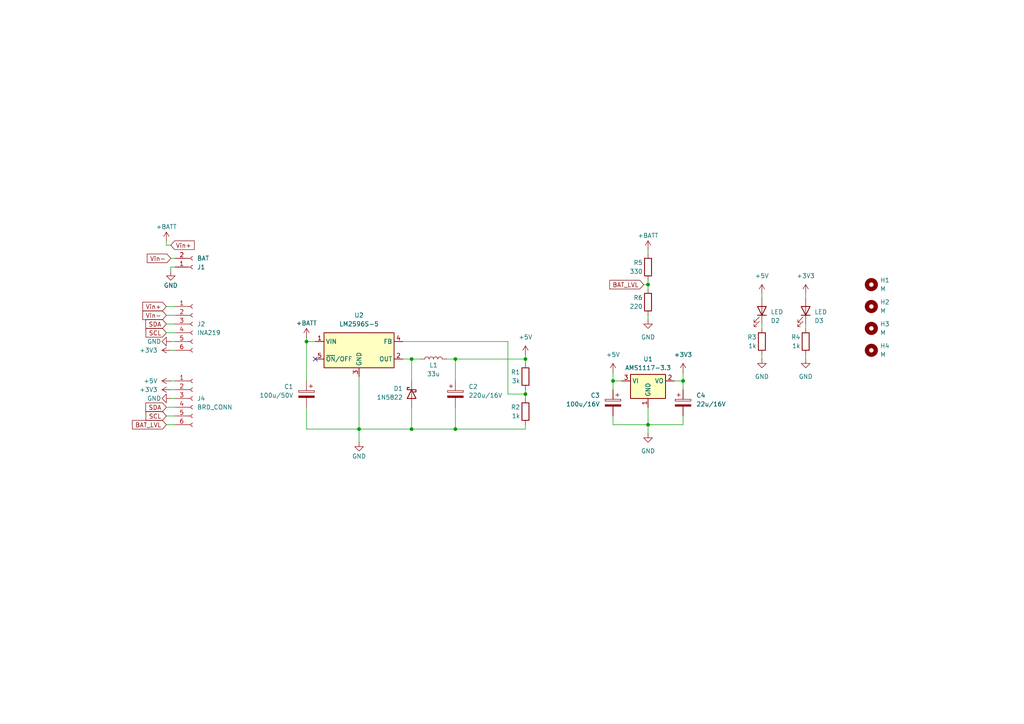
<source format=kicad_sch>
(kicad_sch (version 20231120) (generator "eeschema") (generator_version "8.0")
  (paper "A4")
  (lib_symbols
    (symbol "Connector:Conn_01x02_Socket" (pin_names (offset 1.016) hide)
      (property "Reference" "J" (at 0 2.54 0))
      (property "Value" "Conn_01x02_Socket" (at 0 -5.08 0))
      (symbol "Conn_01x02_Socket_1_1"
        (arc (start 0 -2.032) (mid -0.5058 -2.54) (end 0 -3.048) (stroke (width 0.1524)))
        (polyline (pts (xy -1.27 -2.54) (xy -0.508 -2.54)) (stroke (width 0.1524)))
        (polyline (pts (xy -1.27 0) (xy -0.508 0)) (stroke (width 0.1524)))
        (arc (start 0 0.508) (mid -0.5058 0) (end 0 -0.508) (stroke (width 0.1524)))
        (pin passive line (at -5.08 0 0) (length 3.81) (name "Pin_1") (number "1"))
        (pin passive line (at -5.08 -2.54 0) (length 3.81) (name "Pin_2") (number "2"))
      )
    )
    (symbol "Connector:Conn_01x06_Socket" (pin_names (offset 1.016) hide)
      (property "Reference" "J" (at 0 7.62 0))
      (property "Value" "Conn_01x06_Socket" (at 0 -10.16 0))
      (symbol "Conn_01x06_Socket_1_1"
        (arc (start 0 -7.112) (mid -0.5058 -7.62) (end 0 -8.128) (stroke (width 0.1524)))
        (arc (start 0 -4.572) (mid -0.5058 -5.08) (end 0 -5.588) (stroke (width 0.1524)))
        (arc (start 0 -2.032) (mid -0.5058 -2.54) (end 0 -3.048) (stroke (width 0.1524)))
        (polyline (pts (xy -1.27 -7.62) (xy -0.508 -7.62)) (stroke (width 0.1524)))
        (polyline (pts (xy -1.27 -5.08) (xy -0.508 -5.08)) (stroke (width 0.1524)))
        (polyline (pts (xy -1.27 -2.54) (xy -0.508 -2.54)) (stroke (width 0.1524)))
        (polyline (pts (xy -1.27 0) (xy -0.508 0)) (stroke (width 0.1524)))
        (polyline (pts (xy -1.27 2.54) (xy -0.508 2.54)) (stroke (width 0.1524)))
        (polyline (pts (xy -1.27 5.08) (xy -0.508 5.08)) (stroke (width 0.1524)))
        (arc (start 0 0.508) (mid -0.5058 0) (end 0 -0.508) (stroke (width 0.1524)))
        (arc (start 0 3.048) (mid -0.5058 2.54) (end 0 2.032) (stroke (width 0.1524)))
        (arc (start 0 5.588) (mid -0.5058 5.08) (end 0 4.572) (stroke (width 0.1524)))
        (pin passive line (at -5.08 5.08 0) (length 3.81) (name "Pin_1") (number "1"))
        (pin passive line (at -5.08 2.54 0) (length 3.81) (name "Pin_2") (number "2"))
        (pin passive line (at -5.08 0 0) (length 3.81) (name "Pin_3") (number "3"))
        (pin passive line (at -5.08 -2.54 0) (length 3.81) (name "Pin_4") (number "4"))
        (pin passive line (at -5.08 -5.08 0) (length 3.81) (name "Pin_5") (number "5"))
        (pin passive line (at -5.08 -7.62 0) (length 3.81) (name "Pin_6") (number "6"))
      )
    )
    (symbol "Device:C_Polarized" (pin_numbers hide) (pin_names (offset 0.254))
      (property "Reference" "C" (at 0.635 2.54 0))
      (property "Value" "C_Polarized" (at 0.635 -2.54 0))
      (symbol "C_Polarized_0_1"
        (rectangle (start -2.286 0.508) (end 2.286 1.016))
        (polyline (pts (xy -1.778 2.286) (xy -0.762 2.286)))
        (polyline (pts (xy -1.27 2.794) (xy -1.27 1.778)))
        (rectangle (start 2.286 -0.508) (end -2.286 -1.016) (fill (type outline)))
      )
      (symbol "C_Polarized_1_1"
        (pin passive line (at 0 3.81 270) (length 2.794) (name "~") (number "1"))
        (pin passive line (at 0 -3.81 90) (length 2.794) (name "~") (number "2"))
      )
    )
    (symbol "Device:L" (pin_numbers hide) (pin_names (offset 1.016) hide)
      (property "Reference" "L" (at -1.27 0 90))
      (property "Value" "L" (at 1.905 0 90))
      (symbol "L_0_1"
        (arc (start 0 -2.54) (mid 0.6323 -1.905) (end 0 -1.27))
        (arc (start 0 -1.27) (mid 0.6323 -0.635) (end 0 0))
        (arc (start 0 0) (mid 0.6323 0.635) (end 0 1.27))
        (arc (start 0 1.27) (mid 0.6323 1.905) (end 0 2.54))
      )
      (symbol "L_1_1"
        (pin passive line (at 0 3.81 270) (length 1.27) (name "1") (number "1"))
        (pin passive line (at 0 -3.81 90) (length 1.27) (name "2") (number "2"))
      )
    )
    (symbol "Device:LED" (pin_numbers hide) (pin_names (offset 1.016) hide)
      (property "Reference" "D" (at 0 2.54 0))
      (property "Value" "LED" (at 0 -2.54 0))
      (symbol "LED_0_1"
        (polyline (pts (xy -1.27 -1.27) (xy -1.27 1.27)) (stroke (width 0.254)))
        (polyline (pts (xy -1.27 0) (xy 1.27 0)))
        (polyline (pts (xy 1.27 -1.27) (xy 1.27 1.27) (xy -1.27 0) (xy 1.27 -1.27)) (stroke (width 0.254)))
        (polyline (pts (xy -3.048 -0.762) (xy -4.572 -2.286) (xy -3.81 -2.286) (xy -4.572 -2.286) (xy -4.572 -1.524)))
        (polyline (pts (xy -1.778 -0.762) (xy -3.302 -2.286) (xy -2.54 -2.286) (xy -3.302 -2.286) (xy -3.302 -1.524)))
      )
      (symbol "LED_1_1"
        (pin passive line (at -3.81 0 0) (length 2.54) (name "K") (number "1"))
        (pin passive line (at 3.81 0 180) (length 2.54) (name "A") (number "2"))
      )
    )
    (symbol "Device:R" (pin_numbers hide) (pin_names (offset 0))
      (property "Reference" "R" (at 2.032 0 90))
      (property "Value" "R" (at 0 0 90))
      (symbol "R_0_1"
        (rectangle (start -1.016 -2.54) (end 1.016 2.54) (stroke (width 0.254)))
      )
      (symbol "R_1_1"
        (pin passive line (at 0 3.81 270) (length 1.27) (name "~") (number "1"))
        (pin passive line (at 0 -3.81 90) (length 1.27) (name "~") (number "2"))
      )
    )
    (symbol "Diode:1N5822" (pin_numbers hide) (pin_names (offset 1.016) hide)
      (property "Reference" "D" (at 0 2.54 0))
      (property "Value" "1N5822" (at 0 -2.54 0))
      (symbol "1N5822_0_1"
        (polyline (pts (xy 1.27 0) (xy -1.27 0)))
        (polyline (pts (xy 1.27 1.27) (xy 1.27 -1.27) (xy -1.27 0) (xy 1.27 1.27)) (stroke (width 0.254)))
        (polyline (pts (xy -1.905 0.635) (xy -1.905 1.27) (xy -1.27 1.27) (xy -1.27 -1.27) (xy -0.635 -1.27) (xy -0.635 -0.635)) (stroke (width 0.254)))
      )
      (symbol "1N5822_1_1"
        (pin passive line (at -3.81 0 0) (length 2.54) (name "K") (number "1"))
        (pin passive line (at 3.81 0 180) (length 2.54) (name "A") (number "2"))
      )
    )
    (symbol "Mechanical:MountingHole" (pin_names (offset 1.016)) (exclude_from_sim yes) (in_bom no)
      (property "Reference" "H" (at 0 5.08 0))
      (property "Value" "MountingHole" (at 0 3.175 0))
      (symbol "MountingHole_0_1"
        (circle (center 0 0) (radius 1.27) (stroke (width 1.27)))
      )
    )
    (symbol "Regulator_Linear:AMS1117-3.3"
      (property "Reference" "U" (at -3.81 3.175 0))
      (property "Value" "AMS1117-3.3" (at 0 3.175 0))
      (symbol "AMS1117-3.3_0_1"
        (rectangle (start -5.08 -5.08) (end 5.08 1.905) (stroke (width 0.254)) (fill (type background)))
      )
      (symbol "AMS1117-3.3_1_1"
        (pin power_in line (at 0 -7.62 90) (length 2.54) (name "GND") (number "1"))
        (pin power_out line (at 7.62 0 180) (length 2.54) (name "VO") (number "2"))
        (pin power_in line (at -7.62 0 0) (length 2.54) (name "VI") (number "3"))
      )
    )
    (symbol "Regulator_Switching:LM2596S-5"
      (property "Reference" "U" (at -10.16 6.35 0))
      (property "Value" "LM2596S-5" (at 0 6.35 0))
      (symbol "LM2596S-5_0_1"
        (rectangle (start -10.16 5.08) (end 10.16 -5.08) (stroke (width 0.254)) (fill (type background)))
      )
      (symbol "LM2596S-5_1_1"
        (pin power_in line (at -12.7 2.54 0) (length 2.54) (name "VIN") (number "1"))
        (pin output line (at 12.7 -2.54 180) (length 2.54) (name "OUT") (number "2"))
        (pin power_in line (at 0 -7.62 90) (length 2.54) (name "GND") (number "3"))
        (pin input line (at 12.7 2.54 180) (length 2.54) (name "FB") (number "4"))
        (pin input line (at -12.7 -2.54 0) (length 2.54) (name "~{ON}/OFF") (number "5"))
      )
    )
    (symbol "power:+3V3" (power) (pin_numbers hide) (pin_names (offset 0) hide)
      (property "Value" "+3V3" (at 0 3.556 0))
      (symbol "+3V3_0_1"
        (polyline (pts (xy -0.762 1.27) (xy 0 2.54)))
        (polyline (pts (xy 0 0) (xy 0 2.54)))
        (polyline (pts (xy 0 2.54) (xy 0.762 1.27)))
      )
      (symbol "+3V3_1_1"
        (pin power_in line (at 0 0 90) (length 0) (name "~") (number "1"))
      )
    )
    (symbol "power:+5V" (power) (pin_numbers hide) (pin_names (offset 0) hide)
      (property "Value" "+5V" (at 0 3.556 0))
      (symbol "+5V_0_1"
        (polyline (pts (xy -0.762 1.27) (xy 0 2.54)))
        (polyline (pts (xy 0 0) (xy 0 2.54)))
        (polyline (pts (xy 0 2.54) (xy 0.762 1.27)))
      )
      (symbol "+5V_1_1"
        (pin power_in line (at 0 0 90) (length 0) (name "~") (number "1"))
      )
    )
    (symbol "power:+BATT" (power) (pin_numbers hide) (pin_names (offset 0) hide)
      (property "Value" "+BATT" (at 0 3.556 0))
      (symbol "+BATT_0_1"
        (polyline (pts (xy -0.762 1.27) (xy 0 2.54)))
        (polyline (pts (xy 0 0) (xy 0 2.54)))
        (polyline (pts (xy 0 2.54) (xy 0.762 1.27)))
      )
      (symbol "+BATT_1_1"
        (pin power_in line (at 0 0 90) (length 0) (name "~") (number "1"))
      )
    )
    (symbol "power:GND" (power) (pin_numbers hide) (pin_names (offset 0) hide)
      (property "Value" "GND" (at 0 -3.81 0))
      (symbol "GND_0_1"
        (polyline (pts (xy 0 0) (xy 0 -1.27) (xy 1.27 -1.27) (xy 0 -2.54) (xy -1.27 -1.27) (xy 0 -1.27)))
      )
      (symbol "GND_1_1"
        (pin power_in line (at 0 0 270) (length 0) (name "~") (number "1"))
      )
    )
  )
  (junction (at 132.08 124.46))
  (junction (at 119.38 104.14))
  (junction (at 198.12 110.49))
  (junction (at 132.08 104.14))
  (junction (at 88.9 99.06))
  (junction (at 119.38 124.46))
  (junction (at 187.96 123.19))
  (junction (at 152.4 104.14))
  (junction (at 187.96 82.55))
  (junction (at 177.8 110.49))
  (junction (at 104.14 124.46))
  (junction (at 152.4 114.3))
  (no_connect (at 91.44 104.14))
  (wire (pts (xy 220.98 93.98) (xy 220.98 95.25)))
  (wire (pts (xy 48.26 120.65) (xy 50.8 120.65)))
  (wire (pts (xy 49.53 110.49) (xy 50.8 110.49)))
  (wire (pts (xy 198.12 110.49) (xy 198.12 113.03)))
  (wire (pts (xy 187.96 82.55) (xy 187.96 83.82)))
  (wire (pts (xy 152.4 124.46) (xy 132.08 124.46)))
  (wire (pts (xy 152.4 104.14) (xy 152.4 105.41)))
  (wire (pts (xy 132.08 104.14) (xy 152.4 104.14)))
  (wire (pts (xy 49.53 77.47) (xy 50.8 77.47)))
  (wire (pts (xy 119.38 124.46) (xy 132.08 124.46)))
  (wire (pts (xy 119.38 118.11) (xy 119.38 124.46)))
  (wire (pts (xy 233.68 93.98) (xy 233.68 95.25)))
  (wire (pts (xy 49.53 78.74) (xy 49.53 77.47)))
  (wire (pts (xy 104.14 124.46) (xy 104.14 128.27)))
  (wire (pts (xy 187.96 72.39) (xy 187.96 73.66)))
  (wire (pts (xy 88.9 99.06) (xy 91.44 99.06)))
  (wire (pts (xy 177.8 107.95) (xy 177.8 110.49)))
  (wire (pts (xy 48.26 88.9) (xy 50.8 88.9)))
  (wire (pts (xy 48.26 91.44) (xy 50.8 91.44)))
  (wire (pts (xy 119.38 104.14) (xy 121.92 104.14)))
  (wire (pts (xy 49.53 99.06) (xy 50.8 99.06)))
  (wire (pts (xy 187.96 123.19) (xy 187.96 125.73)))
  (wire (pts (xy 198.12 120.65) (xy 198.12 123.19)))
  (wire (pts (xy 147.32 99.06) (xy 147.32 114.3)))
  (wire (pts (xy 132.08 104.14) (xy 132.08 110.49)))
  (wire (pts (xy 177.8 110.49) (xy 180.34 110.49)))
  (wire (pts (xy 177.8 120.65) (xy 177.8 123.19)))
  (wire (pts (xy 177.8 123.19) (xy 187.96 123.19)))
  (wire (pts (xy 49.53 113.03) (xy 50.8 113.03)))
  (wire (pts (xy 48.26 93.98) (xy 50.8 93.98)))
  (wire (pts (xy 220.98 85.09) (xy 220.98 86.36)))
  (wire (pts (xy 49.53 115.57) (xy 50.8 115.57)))
  (wire (pts (xy 49.53 101.6) (xy 50.8 101.6)))
  (wire (pts (xy 187.96 118.11) (xy 187.96 123.19)))
  (wire (pts (xy 186.69 82.55) (xy 187.96 82.55)))
  (wire (pts (xy 48.26 69.85) (xy 48.26 71.12)))
  (wire (pts (xy 49.53 74.93) (xy 50.8 74.93)))
  (wire (pts (xy 147.32 114.3) (xy 152.4 114.3)))
  (wire (pts (xy 195.58 110.49) (xy 198.12 110.49)))
  (wire (pts (xy 220.98 102.87) (xy 220.98 104.14)))
  (wire (pts (xy 48.26 118.11) (xy 50.8 118.11)))
  (wire (pts (xy 48.26 71.12) (xy 49.53 71.12)))
  (wire (pts (xy 88.9 110.49) (xy 88.9 99.06)))
  (wire (pts (xy 198.12 107.95) (xy 198.12 110.49)))
  (wire (pts (xy 48.26 123.19) (xy 50.8 123.19)))
  (wire (pts (xy 152.4 102.87) (xy 152.4 104.14)))
  (wire (pts (xy 119.38 110.49) (xy 119.38 104.14)))
  (wire (pts (xy 152.4 114.3) (xy 152.4 115.57)))
  (wire (pts (xy 233.68 102.87) (xy 233.68 104.14)))
  (wire (pts (xy 132.08 118.11) (xy 132.08 124.46)))
  (wire (pts (xy 88.9 97.79) (xy 88.9 99.06)))
  (wire (pts (xy 152.4 113.03) (xy 152.4 114.3)))
  (wire (pts (xy 88.9 124.46) (xy 88.9 118.11)))
  (wire (pts (xy 119.38 124.46) (xy 104.14 124.46)))
  (wire (pts (xy 88.9 124.46) (xy 104.14 124.46)))
  (wire (pts (xy 177.8 110.49) (xy 177.8 113.03)))
  (wire (pts (xy 119.38 104.14) (xy 116.84 104.14)))
  (wire (pts (xy 187.96 81.28) (xy 187.96 82.55)))
  (wire (pts (xy 233.68 85.09) (xy 233.68 86.36)))
  (wire (pts (xy 187.96 91.44) (xy 187.96 92.71)))
  (wire (pts (xy 48.26 96.52) (xy 50.8 96.52)))
  (wire (pts (xy 129.54 104.14) (xy 132.08 104.14)))
  (wire (pts (xy 198.12 123.19) (xy 187.96 123.19)))
  (wire (pts (xy 152.4 123.19) (xy 152.4 124.46)))
  (wire (pts (xy 104.14 109.22) (xy 104.14 124.46)))
  (wire (pts (xy 116.84 99.06) (xy 147.32 99.06)))
  (global_label "Vin+" (shape input) (at 48.26 88.9 180) (property "Intersheetrefs" "${INTERSHEET_REFS}" (effects (hide yes))))
  (global_label "BAT_LVL" (shape input) (at 186.69 82.55 180) (property "Intersheetrefs" "${INTERSHEET_REFS}" (effects (hide yes))))
  (global_label "SDA" (shape input) (at 48.26 93.98 180) (property "Intersheetrefs" "${INTERSHEET_REFS}" (effects (hide yes))))
  (global_label "SCL" (shape input) (at 48.26 96.52 180) (property "Intersheetrefs" "${INTERSHEET_REFS}" (effects (hide yes))))
  (global_label "Vin-" (shape input) (at 48.26 91.44 180) (property "Intersheetrefs" "${INTERSHEET_REFS}" (effects (hide yes))))
  (global_label "Vin+" (shape input) (at 49.53 71.12 0) (property "Intersheetrefs" "${INTERSHEET_REFS}" (effects (hide yes))))
  (global_label "BAT_LVL" (shape input) (at 48.26 123.19 180) (property "Intersheetrefs" "${INTERSHEET_REFS}" (effects (hide yes))))
  (global_label "Vin-" (shape input) (at 49.53 74.93 180) (property "Intersheetrefs" "${INTERSHEET_REFS}" (effects (hide yes))))
  (global_label "SDA" (shape input) (at 48.26 118.11 180) (property "Intersheetrefs" "${INTERSHEET_REFS}" (effects (hide yes))))
  (global_label "SCL" (shape input) (at 48.26 120.65 180) (property "Intersheetrefs" "${INTERSHEET_REFS}" (effects (hide yes))))
  (symbol (lib_id "power:GND") (at 220.98 104.14 0) (unit 1)
    (property "Reference" "#PWR010" (effects (hide yes)))
    (property "Value" "GND" (at 220.98 109.22 0))
    (property "Description" "Power symbol creates a global label with name \"GND\" , ground" (effects (hide yes)))
  )
  (symbol (lib_id "Connector:Conn_01x02_Socket") (at 55.88 77.47 0) (mirror x) (unit 1)
    (property "Reference" "J1" (at 57.15 77.4701 0) (effects (justify left)))
    (property "Value" "BAT" (at 57.15 74.9301 0) (effects (justify left)))
    (property "Footprint" "Connector_Molex:Molex_KK-254_AE-6410-02A_1x02_P2.54mm_Vertical" (effects (hide yes)))
    (property "Description" "Generic connector, single row, 01x02, script generated" (effects (hide yes)))
  )
  (symbol (lib_id "Device:R") (at 152.4 119.38 0) (mirror y) (unit 1)
    (property "Reference" "R2" (at 150.876 118.11 0) (effects (justify left)))
    (property "Value" "1k" (at 150.876 120.65 0) (effects (justify left)))
    (property "Footprint" "Resistor_THT:R_Axial_DIN0207_L6.3mm_D2.5mm_P2.54mm_Vertical" (effects (hide yes)))
    (property "Description" "Resistor" (effects (hide yes)))
  )
  (symbol (lib_id "Device:R") (at 233.68 99.06 0) (mirror y) (unit 1)
    (property "Reference" "R4" (at 232.156 97.79 0) (effects (justify left)))
    (property "Value" "1k" (at 232.156 100.33 0) (effects (justify left)))
    (property "Footprint" "Resistor_THT:R_Axial_DIN0207_L6.3mm_D2.5mm_P2.54mm_Vertical" (effects (hide yes)))
    (property "Description" "Resistor" (effects (hide yes)))
  )
  (symbol (lib_id "Mechanical:MountingHole") (at 252.73 101.6 0) (unit 1) (exclude_from_sim yes) (in_bom no)
    (property "Reference" "H4" (at 255.27 100.3299 0) (effects (justify left)))
    (property "Value" "M" (at 255.27 102.8699 0) (effects (justify left)))
    (property "Footprint" "MountingHole:MountingHole_3.2mm_M3_ISO14580" (effects (hide yes)))
    (property "Description" "Mounting Hole without connection" (effects (hide yes)))
  )
  (symbol (lib_id "Device:C_Polarized") (at 198.12 116.84 0) (unit 1)
    (property "Reference" "C4" (at 201.93 114.6809 0) (effects (justify left)))
    (property "Value" "22u/16V" (at 201.93 117.2209 0) (effects (justify left)))
    (property "Footprint" "Capacitor_THT:CP_Radial_D6.3mm_P2.50mm" (effects (hide yes)))
    (property "Description" "Polarized capacitor" (effects (hide yes)))
  )
  (symbol (lib_id "power:GND") (at 187.96 92.71 0) (unit 1)
    (property "Reference" "#PWR019" (effects (hide yes)))
    (property "Value" "GND" (at 187.96 97.79 0))
    (property "Description" "Power symbol creates a global label with name \"GND\" , ground" (effects (hide yes)))
  )
  (symbol (lib_id "Device:R") (at 220.98 99.06 0) (mirror y) (unit 1)
    (property "Reference" "R3" (at 219.456 97.79 0) (effects (justify left)))
    (property "Value" "1k" (at 219.456 100.33 0) (effects (justify left)))
    (property "Footprint" "Resistor_THT:R_Axial_DIN0207_L6.3mm_D2.5mm_P2.54mm_Vertical" (effects (hide yes)))
    (property "Description" "Resistor" (effects (hide yes)))
  )
  (symbol (lib_id "Diode:1N5822") (at 119.38 114.3 90) (mirror x) (unit 1)
    (property "Reference" "D1" (at 116.84 112.7124 90) (effects (justify left)))
    (property "Value" "1N5822" (at 116.84 115.2524 90) (effects (justify left)))
    (property "Footprint" "Diode_THT:D_T-1_P5.08mm_Horizontal" (effects (hide yes)))
    (property "Datasheet" "http://www.vishay.com/docs/88526/1n5820.pdf" (effects (hide yes)))
    (property "Description" "40V 3A Schottky Barrier Rectifier Diode, DO-201AD" (effects (hide yes)))
  )
  (symbol (lib_id "power:GND") (at 49.53 99.06 270) (mirror x) (unit 1)
    (property "Reference" "#PWR011" (effects (hide yes)))
    (property "Value" "GND" (at 44.704 99.06 90))
    (property "Description" "Power symbol creates a global label with name \"GND\" , ground" (effects (hide yes)))
  )
  (symbol (lib_id "power:+3V3") (at 49.53 113.03 90) (unit 1)
    (property "Reference" "#PWR016" (effects (hide yes)))
    (property "Value" "+3V3" (at 45.72 113.0299 90) (effects (justify left)))
    (property "Description" "Power symbol creates a global label with name \"+3V3\"" (effects (hide yes)))
  )
  (symbol (lib_id "power:+5V") (at 49.53 110.49 90) (unit 1)
    (property "Reference" "#PWR015" (effects (hide yes)))
    (property "Value" "+5V" (at 45.72 110.4899 90) (effects (justify left)))
    (property "Description" "Power symbol creates a global label with name \"+5V\"" (effects (hide yes)))
  )
  (symbol (lib_id "Mechanical:MountingHole") (at 252.73 88.9 0) (unit 1) (exclude_from_sim yes) (in_bom no)
    (property "Reference" "H2" (at 255.27 87.6299 0) (effects (justify left)))
    (property "Value" "M" (at 255.27 90.1699 0) (effects (justify left)))
    (property "Footprint" "MountingHole:MountingHole_3.2mm_M3_ISO14580" (effects (hide yes)))
    (property "Description" "Mounting Hole without connection" (effects (hide yes)))
  )
  (symbol (lib_id "Device:R") (at 187.96 77.47 0) (mirror y) (unit 1)
    (property "Reference" "R5" (at 186.436 76.2 0) (effects (justify left)))
    (property "Value" "330" (at 186.436 78.74 0) (effects (justify left)))
    (property "Footprint" "Resistor_THT:R_Axial_DIN0207_L6.3mm_D2.5mm_P2.54mm_Vertical" (effects (hide yes)))
    (property "Description" "Resistor" (effects (hide yes)))
  )
  (symbol (lib_id "Connector:Conn_01x06_Socket") (at 55.88 115.57 0) (unit 1)
    (property "Reference" "J4" (at 57.15 115.5699 0) (effects (justify left)))
    (property "Value" "BRD_CONN" (at 57.15 118.1099 0) (effects (justify left)))
    (property "Footprint" "Connector_PinHeader_2.54mm:PinHeader_1x06_P2.54mm_Vertical" (effects (hide yes)))
    (property "Description" "Generic connector, single row, 01x06, script generated" (effects (hide yes)))
  )
  (symbol (lib_id "Device:L") (at 125.73 104.14 90) (unit 1)
    (property "Reference" "L1" (at 125.73 105.918 90))
    (property "Value" "33u" (at 125.73 108.458 90))
    (property "Footprint" "Inductor_SMD:L_12x12mm_H8mm" (effects (hide yes)))
    (property "Description" "Inductor" (effects (hide yes)))
  )
  (symbol (lib_id "Device:LED") (at 233.68 90.17 270) (mirror x) (unit 1)
    (property "Reference" "D3" (at 236.22 93.0276 90) (effects (justify left)))
    (property "Value" "LED" (at 236.22 90.4876 90) (effects (justify left)))
    (property "Footprint" "LED_THT:LED_D5.0mm_Horizontal_O1.27mm_Z3.0mm" (effects (hide yes)))
    (property "Description" "Light emitting diode" (effects (hide yes)))
  )
  (symbol (lib_id "Device:C_Polarized") (at 132.08 114.3 0) (unit 1)
    (property "Reference" "C2" (at 135.89 112.1409 0) (effects (justify left)))
    (property "Value" "220u/16V" (at 135.89 114.6809 0) (effects (justify left)))
    (property "Footprint" "Capacitor_SMD:CP_Elec_8x5.4" (effects (hide yes)))
    (property "Description" "Polarized capacitor" (effects (hide yes)))
  )
  (symbol (lib_id "power:GND") (at 187.96 125.73 0) (unit 1)
    (property "Reference" "#PWR08" (effects (hide yes)))
    (property "Value" "GND" (at 187.96 130.81 0))
    (property "Description" "Power symbol creates a global label with name \"GND\" , ground" (effects (hide yes)))
  )
  (symbol (lib_id "Mechanical:MountingHole") (at 252.73 82.55 0) (unit 1) (exclude_from_sim yes) (in_bom no)
    (property "Reference" "H1" (at 255.27 81.2799 0) (effects (justify left)))
    (property "Value" "M" (at 255.27 83.8199 0) (effects (justify left)))
    (property "Footprint" "MountingHole:MountingHole_3.2mm_M3_ISO14580" (effects (hide yes)))
    (property "Description" "Mounting Hole without connection" (effects (hide yes)))
  )
  (symbol (lib_id "Connector:Conn_01x06_Socket") (at 55.88 93.98 0) (unit 1)
    (property "Reference" "J2" (at 57.15 93.9799 0) (effects (justify left)))
    (property "Value" "INA219" (at 57.15 96.5199 0) (effects (justify left)))
    (property "Footprint" "Connector_PinSocket_2.54mm:PinSocket_1x06_P2.54mm_Vertical" (effects (hide yes)))
    (property "Description" "Generic connector, single row, 01x06, script generated" (effects (hide yes)))
  )
  (symbol (lib_id "Device:C_Polarized") (at 177.8 116.84 0) (mirror y) (unit 1)
    (property "Reference" "C3" (at 173.99 114.6809 0) (effects (justify left)))
    (property "Value" "100u/16V" (at 173.99 117.2209 0) (effects (justify left)))
    (property "Footprint" "Capacitor_THT:CP_Radial_D6.3mm_P2.50mm" (effects (hide yes)))
    (property "Description" "Polarized capacitor" (effects (hide yes)))
  )
  (symbol (lib_id "power:+5V") (at 177.8 107.95 0) (unit 1)
    (property "Reference" "#PWR06" (effects (hide yes)))
    (property "Value" "+5V" (at 177.8 102.87 0))
    (property "Description" "Power symbol creates a global label with name \"+5V\"" (effects (hide yes)))
  )
  (symbol (lib_id "Device:R") (at 187.96 87.63 0) (mirror y) (unit 1)
    (property "Reference" "R6" (at 186.436 86.36 0) (effects (justify left)))
    (property "Value" "220" (at 186.436 88.9 0) (effects (justify left)))
    (property "Footprint" "Resistor_THT:R_Axial_DIN0207_L6.3mm_D2.5mm_P2.54mm_Vertical" (effects (hide yes)))
    (property "Description" "Resistor" (effects (hide yes)))
  )
  (symbol (lib_id "power:+3V3") (at 233.68 85.09 0) (unit 1)
    (property "Reference" "#PWR013" (effects (hide yes)))
    (property "Value" "+3V3" (at 233.68 80.01 0))
    (property "Description" "Power symbol creates a global label with name \"+3V3\"" (effects (hide yes)))
  )
  (symbol (lib_id "Mechanical:MountingHole") (at 252.73 95.25 0) (unit 1) (exclude_from_sim yes) (in_bom no)
    (property "Reference" "H3" (at 255.27 93.9799 0) (effects (justify left)))
    (property "Value" "M" (at 255.27 96.5199 0) (effects (justify left)))
    (property "Footprint" "MountingHole:MountingHole_3.2mm_M3_ISO14580" (effects (hide yes)))
    (property "Description" "Mounting Hole without connection" (effects (hide yes)))
  )
  (symbol (lib_id "power:+BATT") (at 88.9 97.79 0) (unit 1)
    (property "Reference" "#PWR04" (effects (hide yes)))
    (property "Value" "+BATT" (at 88.9 93.726 0))
    (property "Description" "Power symbol creates a global label with name \"+BATT\"" (effects (hide yes)))
  )
  (symbol (lib_id "power:GND") (at 49.53 78.74 0) (unit 1)
    (property "Reference" "#PWR02" (effects (hide yes)))
    (property "Value" "GND" (at 49.53 82.804 0))
    (property "Description" "Power symbol creates a global label with name \"GND\" , ground" (effects (hide yes)))
  )
  (symbol (lib_id "power:+BATT") (at 187.96 72.39 0) (unit 1)
    (property "Reference" "#PWR018" (effects (hide yes)))
    (property "Value" "+BATT" (at 187.96 68.326 0))
    (property "Description" "Power symbol creates a global label with name \"+BATT\"" (effects (hide yes)))
  )
  (symbol (lib_id "Device:R") (at 152.4 109.22 0) (mirror y) (unit 1)
    (property "Reference" "R1" (at 150.876 107.95 0) (effects (justify left)))
    (property "Value" "3k" (at 150.876 110.49 0) (effects (justify left)))
    (property "Footprint" "Resistor_THT:R_Axial_DIN0207_L6.3mm_D2.5mm_P2.54mm_Vertical" (effects (hide yes)))
    (property "Description" "Resistor" (effects (hide yes)))
  )
  (symbol (lib_id "power:GND") (at 49.53 115.57 270) (mirror x) (unit 1)
    (property "Reference" "#PWR017" (effects (hide yes)))
    (property "Value" "GND" (at 44.704 115.57 90))
    (property "Description" "Power symbol creates a global label with name \"GND\" , ground" (effects (hide yes)))
  )
  (symbol (lib_id "power:+BATT") (at 48.26 69.85 0) (unit 1)
    (property "Reference" "#PWR01" (effects (hide yes)))
    (property "Value" "+BATT" (at 48.26 65.786 0))
    (property "Description" "Power symbol creates a global label with name \"+BATT\"" (effects (hide yes)))
  )
  (symbol (lib_id "power:+3V3") (at 49.53 101.6 90) (unit 1)
    (property "Reference" "#PWR014" (effects (hide yes)))
    (property "Value" "+3V3" (at 45.72 101.5999 90) (effects (justify left)))
    (property "Description" "Power symbol creates a global label with name \"+3V3\"" (effects (hide yes)))
  )
  (symbol (lib_id "Regulator_Switching:LM2596S-5") (at 104.14 101.6 0) (unit 1)
    (property "Reference" "U2" (at 104.14 91.44 0))
    (property "Value" "LM2596S-5" (at 104.14 93.98 0))
    (property "Footprint" "Package_TO_SOT_SMD:TO-263-5_TabPin3" (effects (hide yes)))
    (property "Datasheet" "http://www.ti.com/lit/ds/symlink/lm2596.pdf" (effects (hide yes)))
    (property "Description" "5V 3A Step-Down Voltage Regulator, TO-263" (effects (hide yes)))
  )
  (symbol (lib_id "Device:LED") (at 220.98 90.17 270) (mirror x) (unit 1)
    (property "Reference" "D2" (at 223.52 93.0276 90) (effects (justify left)))
    (property "Value" "LED" (at 223.52 90.4876 90) (effects (justify left)))
    (property "Footprint" "LED_THT:LED_D5.0mm_Horizontal_O1.27mm_Z3.0mm" (effects (hide yes)))
    (property "Description" "Light emitting diode" (effects (hide yes)))
  )
  (symbol (lib_id "Regulator_Linear:AMS1117-3.3") (at 187.96 110.49 0) (unit 1)
    (property "Reference" "U1" (at 187.96 104.14 0))
    (property "Value" "AMS1117-3.3" (at 187.96 106.68 0))
    (property "Footprint" "Package_TO_SOT_SMD:SOT-223-3_TabPin2" (effects (hide yes)))
    (property "Datasheet" "http://www.advanced-monolithic.com/pdf/ds1117.pdf" (effects (hide yes)))
    (property "Description" "1A Low Dropout regulator, positive, 3.3V fixed output, SOT-223" (effects (hide yes)))
  )
  (symbol (lib_id "power:+5V") (at 152.4 102.87 0) (unit 1)
    (property "Reference" "#PWR05" (effects (hide yes)))
    (property "Value" "+5V" (at 152.4 97.79 0))
    (property "Description" "Power symbol creates a global label with name \"+5V\"" (effects (hide yes)))
  )
  (symbol (lib_id "power:+3V3") (at 198.12 107.95 0) (unit 1)
    (property "Reference" "#PWR07" (effects (hide yes)))
    (property "Value" "+3V3" (at 198.12 102.87 0))
    (property "Description" "Power symbol creates a global label with name \"+3V3\"" (effects (hide yes)))
  )
  (symbol (lib_id "power:GND") (at 233.68 104.14 0) (unit 1)
    (property "Reference" "#PWR012" (effects (hide yes)))
    (property "Value" "GND" (at 233.68 109.22 0))
    (property "Description" "Power symbol creates a global label with name \"GND\" , ground" (effects (hide yes)))
  )
  (symbol (lib_id "power:GND") (at 104.14 128.27 0) (unit 1)
    (property "Reference" "#PWR03" (effects (hide yes)))
    (property "Value" "GND" (at 104.14 132.334 0))
    (property "Description" "Power symbol creates a global label with name \"GND\" , ground" (effects (hide yes)))
  )
  (symbol (lib_id "power:+5V") (at 220.98 85.09 0) (unit 1)
    (property "Reference" "#PWR09" (effects (hide yes)))
    (property "Value" "+5V" (at 220.98 80.01 0))
    (property "Description" "Power symbol creates a global label with name \"+5V\"" (effects (hide yes)))
  )
  (symbol (lib_id "Device:C_Polarized") (at 88.9 114.3 0) (mirror y) (unit 1)
    (property "Reference" "C1" (at 85.09 112.1409 0) (effects (justify left)))
    (property "Value" "100u/50V" (at 85.09 114.6809 0) (effects (justify left)))
    (property "Footprint" "Capacitor_SMD:CP_Elec_8x5.4" (effects (hide yes)))
    (property "Description" "Polarized capacitor" (effects (hide yes)))
  )
)
</source>
